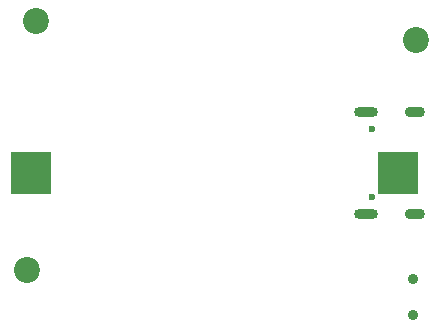
<source format=gbr>
%TF.GenerationSoftware,KiCad,Pcbnew,(6.0.0)*%
%TF.CreationDate,2022-11-27T20:06:59+00:00*%
%TF.ProjectId,Tracer,54726163-6572-42e6-9b69-6361645f7063,F*%
%TF.SameCoordinates,Original*%
%TF.FileFunction,Soldermask,Bot*%
%TF.FilePolarity,Negative*%
%FSLAX46Y46*%
G04 Gerber Fmt 4.6, Leading zero omitted, Abs format (unit mm)*
G04 Created by KiCad (PCBNEW (6.0.0)) date 2022-11-27 20:06:59*
%MOMM*%
%LPD*%
G01*
G04 APERTURE LIST*
%ADD10C,2.200000*%
%ADD11C,0.900000*%
%ADD12C,0.600000*%
%ADD13O,2.000000X0.900000*%
%ADD14O,1.700000X0.900000*%
%ADD15R,3.400000X3.600000*%
G04 APERTURE END LIST*
D10*
%TO.C,H3*%
X131000000Y-104500000D03*
%TD*%
%TO.C,H2*%
X163900000Y-85000000D03*
%TD*%
D11*
%TO.C,S2*%
X163700000Y-108300000D03*
X163700000Y-105300000D03*
%TD*%
D10*
%TO.C,H1*%
X131800000Y-83400000D03*
%TD*%
D12*
%TO.C,J1*%
X160175000Y-92560000D03*
X160175000Y-98340000D03*
D13*
X159695000Y-99770000D03*
D14*
X163865000Y-99770000D03*
X163865000Y-91130000D03*
D13*
X159695000Y-91130000D03*
%TD*%
D15*
%TO.C,BT1*%
X162400000Y-96300000D03*
X131300000Y-96300000D03*
%TD*%
M02*

</source>
